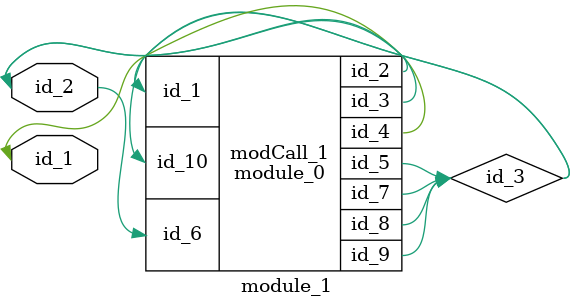
<source format=v>
module module_0 (
    id_1,
    id_2,
    id_3,
    id_4,
    id_5,
    id_6,
    id_7,
    id_8,
    id_9,
    id_10
);
  input wire id_10;
  output wire id_9;
  output wire id_8;
  inout wire id_7;
  input wire id_6;
  inout wire id_5;
  inout wire id_4;
  inout wire id_3;
  inout wire id_2;
  input wire id_1;
  wire id_11, id_12, id_13, id_14;
  assign id_4 = 1;
endmodule
module module_1 (
    id_1,
    id_2
);
  inout wire id_2;
  inout wire id_1;
  wire id_3;
  module_0 modCall_1 (
      id_3,
      id_2,
      id_2,
      id_1,
      id_3,
      id_2,
      id_3,
      id_3,
      id_3,
      id_3
  );
endmodule

</source>
